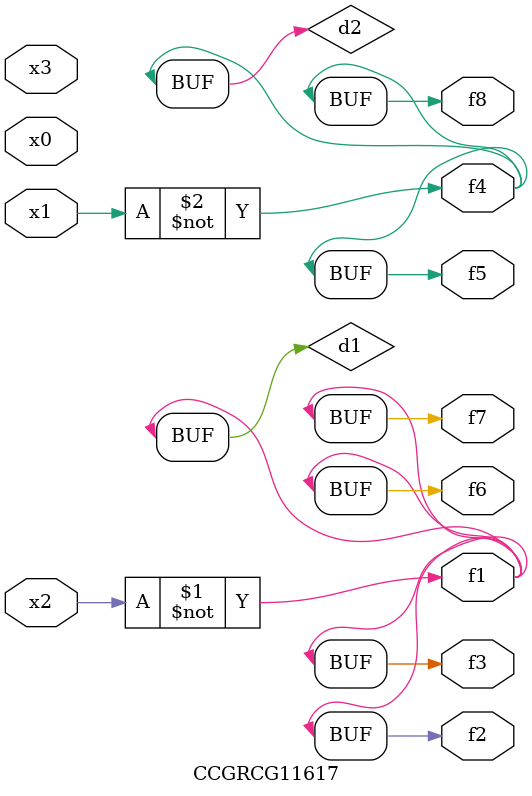
<source format=v>
module CCGRCG11617(
	input x0, x1, x2, x3,
	output f1, f2, f3, f4, f5, f6, f7, f8
);

	wire d1, d2;

	xnor (d1, x2);
	not (d2, x1);
	assign f1 = d1;
	assign f2 = d1;
	assign f3 = d1;
	assign f4 = d2;
	assign f5 = d2;
	assign f6 = d1;
	assign f7 = d1;
	assign f8 = d2;
endmodule

</source>
